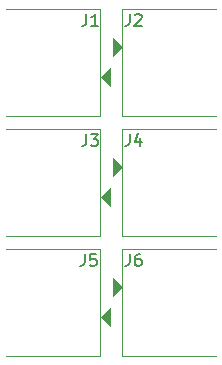
<source format=gto>
%TF.GenerationSoftware,KiCad,Pcbnew,9.0.7-9.0.7~ubuntu24.04.1*%
%TF.CreationDate,2026-01-24T16:40:20-08:00*%
%TF.ProjectId,CAN-hub,43414e2d-6875-4622-9e6b-696361645f70,1*%
%TF.SameCoordinates,Original*%
%TF.FileFunction,Legend,Top*%
%TF.FilePolarity,Positive*%
%FSLAX46Y46*%
G04 Gerber Fmt 4.6, Leading zero omitted, Abs format (unit mm)*
G04 Created by KiCad (PCBNEW 9.0.7-9.0.7~ubuntu24.04.1) date 2026-01-24 16:40:20*
%MOMM*%
%LPD*%
G01*
G04 APERTURE LIST*
%ADD10C,0.150000*%
%ADD11C,0.120000*%
G04 APERTURE END LIST*
D10*
X176577666Y-123279819D02*
X176577666Y-123994104D01*
X176577666Y-123994104D02*
X176530047Y-124136961D01*
X176530047Y-124136961D02*
X176434809Y-124232200D01*
X176434809Y-124232200D02*
X176291952Y-124279819D01*
X176291952Y-124279819D02*
X176196714Y-124279819D01*
X176958619Y-123279819D02*
X177577666Y-123279819D01*
X177577666Y-123279819D02*
X177244333Y-123660771D01*
X177244333Y-123660771D02*
X177387190Y-123660771D01*
X177387190Y-123660771D02*
X177482428Y-123708390D01*
X177482428Y-123708390D02*
X177530047Y-123756009D01*
X177530047Y-123756009D02*
X177577666Y-123851247D01*
X177577666Y-123851247D02*
X177577666Y-124089342D01*
X177577666Y-124089342D02*
X177530047Y-124184580D01*
X177530047Y-124184580D02*
X177482428Y-124232200D01*
X177482428Y-124232200D02*
X177387190Y-124279819D01*
X177387190Y-124279819D02*
X177101476Y-124279819D01*
X177101476Y-124279819D02*
X177006238Y-124232200D01*
X177006238Y-124232200D02*
X176958619Y-124184580D01*
X180260666Y-123279819D02*
X180260666Y-123994104D01*
X180260666Y-123994104D02*
X180213047Y-124136961D01*
X180213047Y-124136961D02*
X180117809Y-124232200D01*
X180117809Y-124232200D02*
X179974952Y-124279819D01*
X179974952Y-124279819D02*
X179879714Y-124279819D01*
X181165428Y-123613152D02*
X181165428Y-124279819D01*
X180927333Y-123232200D02*
X180689238Y-123946485D01*
X180689238Y-123946485D02*
X181308285Y-123946485D01*
X176450666Y-133439819D02*
X176450666Y-134154104D01*
X176450666Y-134154104D02*
X176403047Y-134296961D01*
X176403047Y-134296961D02*
X176307809Y-134392200D01*
X176307809Y-134392200D02*
X176164952Y-134439819D01*
X176164952Y-134439819D02*
X176069714Y-134439819D01*
X177403047Y-133439819D02*
X176926857Y-133439819D01*
X176926857Y-133439819D02*
X176879238Y-133916009D01*
X176879238Y-133916009D02*
X176926857Y-133868390D01*
X176926857Y-133868390D02*
X177022095Y-133820771D01*
X177022095Y-133820771D02*
X177260190Y-133820771D01*
X177260190Y-133820771D02*
X177355428Y-133868390D01*
X177355428Y-133868390D02*
X177403047Y-133916009D01*
X177403047Y-133916009D02*
X177450666Y-134011247D01*
X177450666Y-134011247D02*
X177450666Y-134249342D01*
X177450666Y-134249342D02*
X177403047Y-134344580D01*
X177403047Y-134344580D02*
X177355428Y-134392200D01*
X177355428Y-134392200D02*
X177260190Y-134439819D01*
X177260190Y-134439819D02*
X177022095Y-134439819D01*
X177022095Y-134439819D02*
X176926857Y-134392200D01*
X176926857Y-134392200D02*
X176879238Y-134344580D01*
X180260666Y-133439819D02*
X180260666Y-134154104D01*
X180260666Y-134154104D02*
X180213047Y-134296961D01*
X180213047Y-134296961D02*
X180117809Y-134392200D01*
X180117809Y-134392200D02*
X179974952Y-134439819D01*
X179974952Y-134439819D02*
X179879714Y-134439819D01*
X181165428Y-133439819D02*
X180974952Y-133439819D01*
X180974952Y-133439819D02*
X180879714Y-133487438D01*
X180879714Y-133487438D02*
X180832095Y-133535057D01*
X180832095Y-133535057D02*
X180736857Y-133677914D01*
X180736857Y-133677914D02*
X180689238Y-133868390D01*
X180689238Y-133868390D02*
X180689238Y-134249342D01*
X180689238Y-134249342D02*
X180736857Y-134344580D01*
X180736857Y-134344580D02*
X180784476Y-134392200D01*
X180784476Y-134392200D02*
X180879714Y-134439819D01*
X180879714Y-134439819D02*
X181070190Y-134439819D01*
X181070190Y-134439819D02*
X181165428Y-134392200D01*
X181165428Y-134392200D02*
X181213047Y-134344580D01*
X181213047Y-134344580D02*
X181260666Y-134249342D01*
X181260666Y-134249342D02*
X181260666Y-134011247D01*
X181260666Y-134011247D02*
X181213047Y-133916009D01*
X181213047Y-133916009D02*
X181165428Y-133868390D01*
X181165428Y-133868390D02*
X181070190Y-133820771D01*
X181070190Y-133820771D02*
X180879714Y-133820771D01*
X180879714Y-133820771D02*
X180784476Y-133868390D01*
X180784476Y-133868390D02*
X180736857Y-133916009D01*
X180736857Y-133916009D02*
X180689238Y-134011247D01*
X176577666Y-113119819D02*
X176577666Y-113834104D01*
X176577666Y-113834104D02*
X176530047Y-113976961D01*
X176530047Y-113976961D02*
X176434809Y-114072200D01*
X176434809Y-114072200D02*
X176291952Y-114119819D01*
X176291952Y-114119819D02*
X176196714Y-114119819D01*
X177577666Y-114119819D02*
X177006238Y-114119819D01*
X177291952Y-114119819D02*
X177291952Y-113119819D01*
X177291952Y-113119819D02*
X177196714Y-113262676D01*
X177196714Y-113262676D02*
X177101476Y-113357914D01*
X177101476Y-113357914D02*
X177006238Y-113405533D01*
X180260666Y-113119819D02*
X180260666Y-113834104D01*
X180260666Y-113834104D02*
X180213047Y-113976961D01*
X180213047Y-113976961D02*
X180117809Y-114072200D01*
X180117809Y-114072200D02*
X179974952Y-114119819D01*
X179974952Y-114119819D02*
X179879714Y-114119819D01*
X180689238Y-113215057D02*
X180736857Y-113167438D01*
X180736857Y-113167438D02*
X180832095Y-113119819D01*
X180832095Y-113119819D02*
X181070190Y-113119819D01*
X181070190Y-113119819D02*
X181165428Y-113167438D01*
X181165428Y-113167438D02*
X181213047Y-113215057D01*
X181213047Y-113215057D02*
X181260666Y-113310295D01*
X181260666Y-113310295D02*
X181260666Y-113405533D01*
X181260666Y-113405533D02*
X181213047Y-113548390D01*
X181213047Y-113548390D02*
X180641619Y-114119819D01*
X180641619Y-114119819D02*
X181260666Y-114119819D01*
D11*
%TO.C,J3*%
X169784000Y-131881000D02*
X177784000Y-131881000D01*
X177784000Y-122881000D02*
X169784000Y-122881000D01*
X177784000Y-131881000D02*
X177784000Y-122881000D01*
X178562000Y-129413000D02*
X177800000Y-128651000D01*
X178562000Y-127889000D01*
X178562000Y-129413000D01*
G36*
X178562000Y-129413000D02*
G01*
X177800000Y-128651000D01*
X178562000Y-127889000D01*
X178562000Y-129413000D01*
G37*
%TO.C,J4*%
X179594000Y-122881000D02*
X179594000Y-131881000D01*
X179594000Y-131881000D02*
X187594000Y-131881000D01*
X187594000Y-122881000D02*
X179594000Y-122881000D01*
X179578000Y-126111000D02*
X178816000Y-126873000D01*
X178816000Y-125349000D01*
X179578000Y-126111000D01*
G36*
X179578000Y-126111000D02*
G01*
X178816000Y-126873000D01*
X178816000Y-125349000D01*
X179578000Y-126111000D01*
G37*
%TO.C,J5*%
X169784000Y-142041000D02*
X177784000Y-142041000D01*
X177784000Y-133041000D02*
X169784000Y-133041000D01*
X177784000Y-142041000D02*
X177784000Y-133041000D01*
X178562000Y-139573000D02*
X177800000Y-138811000D01*
X178562000Y-138049000D01*
X178562000Y-139573000D01*
G36*
X178562000Y-139573000D02*
G01*
X177800000Y-138811000D01*
X178562000Y-138049000D01*
X178562000Y-139573000D01*
G37*
%TO.C,J6*%
X179594000Y-133041000D02*
X179594000Y-142041000D01*
X179594000Y-142041000D02*
X187594000Y-142041000D01*
X187594000Y-133041000D02*
X179594000Y-133041000D01*
X179578000Y-136271000D02*
X178816000Y-137033000D01*
X178816000Y-135509000D01*
X179578000Y-136271000D01*
G36*
X179578000Y-136271000D02*
G01*
X178816000Y-137033000D01*
X178816000Y-135509000D01*
X179578000Y-136271000D01*
G37*
%TO.C,J1*%
X169784000Y-121718000D02*
X177784000Y-121718000D01*
X177784000Y-112718000D02*
X169784000Y-112718000D01*
X177784000Y-121718000D02*
X177784000Y-112718000D01*
X178562000Y-119250000D02*
X177800000Y-118488000D01*
X178562000Y-117726000D01*
X178562000Y-119250000D01*
G36*
X178562000Y-119250000D02*
G01*
X177800000Y-118488000D01*
X178562000Y-117726000D01*
X178562000Y-119250000D01*
G37*
%TO.C,J2*%
X179594000Y-112718000D02*
X179594000Y-121718000D01*
X179594000Y-121718000D02*
X187594000Y-121718000D01*
X187594000Y-112718000D02*
X179594000Y-112718000D01*
X179578000Y-115948000D02*
X178816000Y-116710000D01*
X178816000Y-115186000D01*
X179578000Y-115948000D01*
G36*
X179578000Y-115948000D02*
G01*
X178816000Y-116710000D01*
X178816000Y-115186000D01*
X179578000Y-115948000D01*
G37*
%TD*%
M02*

</source>
